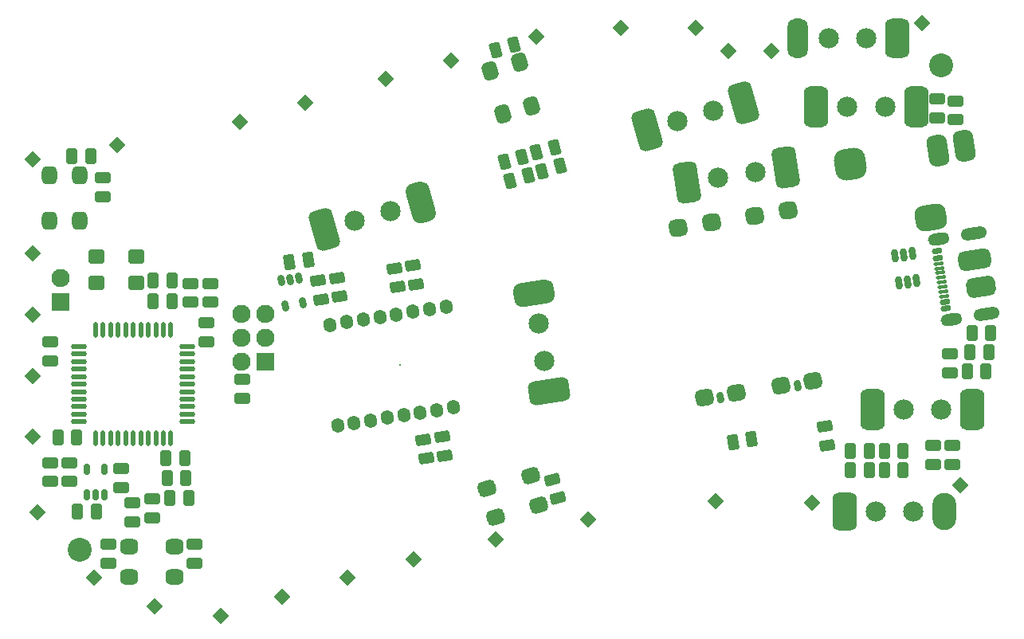
<source format=gbr>
%TF.GenerationSoftware,Altium Limited,Altium Designer,22.6.1 (34)*%
G04 Layer_Color=8388736*
%FSLAX45Y45*%
%MOMM*%
%TF.SameCoordinates,EFAF5BE3-474D-4A98-89D0-AE48FBC3E593*%
%TF.FilePolarity,Negative*%
%TF.FileFunction,Soldermask,Top*%
%TF.Part,Single*%
G01*
G75*
%TA.AperFunction,TestPad*%
G04:AMPARAMS|DCode=72|XSize=1.6524mm|YSize=1.1524mm|CornerRadius=0.2262mm|HoleSize=0mm|Usage=FLASHONLY|Rotation=270.000|XOffset=0mm|YOffset=0mm|HoleType=Round|Shape=RoundedRectangle|*
%AMROUNDEDRECTD72*
21,1,1.65240,0.70000,0,0,270.0*
21,1,1.20000,1.15240,0,0,270.0*
1,1,0.45240,-0.35000,-0.60000*
1,1,0.45240,-0.35000,0.60000*
1,1,0.45240,0.35000,0.60000*
1,1,0.45240,0.35000,-0.60000*
%
%ADD72ROUNDEDRECTD72*%
G04:AMPARAMS|DCode=74|XSize=1.6524mm|YSize=1.1524mm|CornerRadius=0.2262mm|HoleSize=0mm|Usage=FLASHONLY|Rotation=180.000|XOffset=0mm|YOffset=0mm|HoleType=Round|Shape=RoundedRectangle|*
%AMROUNDEDRECTD74*
21,1,1.65240,0.70000,0,0,180.0*
21,1,1.20000,1.15240,0,0,180.0*
1,1,0.45240,-0.60000,0.35000*
1,1,0.45240,0.60000,0.35000*
1,1,0.45240,0.60000,-0.35000*
1,1,0.45240,-0.60000,-0.35000*
%
%ADD74ROUNDEDRECTD74*%
%TA.AperFunction,SMDPad,CuDef*%
G04:AMPARAMS|DCode=75|XSize=1.92mm|YSize=1.62mm|CornerRadius=0.51mm|HoleSize=0mm|Usage=FLASHONLY|Rotation=90.000|XOffset=0mm|YOffset=0mm|HoleType=Round|Shape=RoundedRectangle|*
%AMROUNDEDRECTD75*
21,1,1.92000,0.60000,0,0,90.0*
21,1,0.90000,1.62000,0,0,90.0*
1,1,1.02000,0.30000,0.45000*
1,1,1.02000,0.30000,-0.45000*
1,1,1.02000,-0.30000,-0.45000*
1,1,1.02000,-0.30000,0.45000*
%
%ADD75ROUNDEDRECTD75*%
G04:AMPARAMS|DCode=76|XSize=1.92mm|YSize=1.62mm|CornerRadius=0.51mm|HoleSize=0mm|Usage=FLASHONLY|Rotation=180.000|XOffset=0mm|YOffset=0mm|HoleType=Round|Shape=RoundedRectangle|*
%AMROUNDEDRECTD76*
21,1,1.92000,0.60000,0,0,180.0*
21,1,0.90000,1.62000,0,0,180.0*
1,1,1.02000,-0.45000,0.30000*
1,1,1.02000,0.45000,0.30000*
1,1,1.02000,0.45000,-0.30000*
1,1,1.02000,-0.45000,-0.30000*
%
%ADD76ROUNDEDRECTD76*%
%ADD78P,1.72421X4X180.0*%
%TA.AperFunction,ComponentPad*%
%ADD79C,0.15240*%
%TA.AperFunction,TestPad*%
%ADD80R,1.93040X1.93040*%
%ADD81C,1.93040*%
%TA.AperFunction,ComponentPad*%
%ADD82C,2.15240*%
G04:AMPARAMS|DCode=83|XSize=1.3524mm|YSize=1.5524mm|CornerRadius=0mm|HoleSize=0mm|Usage=FLASHONLY|Rotation=8.887|XOffset=0mm|YOffset=0mm|HoleType=Round|Shape=Round|*
%AMOVALD83*
21,1,0.20000,1.35240,0.00000,0.00000,98.9*
1,1,1.35240,0.01545,-0.09880*
1,1,1.35240,-0.01545,0.09880*
%
%ADD83OVALD83*%

%ADD84P,0.21553X4X53.9*%
%TA.AperFunction,ViaPad*%
%ADD85C,0.15240*%
%TA.AperFunction,SMDPad,CuDef*%
G04:AMPARAMS|DCode=123|XSize=2.1524mm|YSize=3.3524mm|CornerRadius=0.7762mm|HoleSize=0mm|Usage=FLASHONLY|Rotation=188.887|XOffset=0mm|YOffset=0mm|HoleType=Round|Shape=RoundedRectangle|*
%AMROUNDEDRECTD123*
21,1,2.15240,1.80000,0,0,188.9*
21,1,0.60000,3.35240,0,0,188.9*
1,1,1.55240,-0.43543,0.84285*
1,1,1.55240,0.15736,0.93554*
1,1,1.55240,0.43543,-0.84285*
1,1,1.55240,-0.15736,-0.93554*
%
%ADD123ROUNDEDRECTD123*%
G04:AMPARAMS|DCode=124|XSize=3.3524mm|YSize=3.3524mm|CornerRadius=1.1962mm|HoleSize=0mm|Usage=FLASHONLY|Rotation=188.887|XOffset=0mm|YOffset=0mm|HoleType=Round|Shape=RoundedRectangle|*
%AMROUNDEDRECTD124*
21,1,3.35240,0.96000,0,0,188.9*
21,1,0.96000,3.35240,0,0,188.9*
1,1,2.39240,-0.54839,0.40009*
1,1,2.39240,0.40009,0.54839*
1,1,2.39240,0.54839,-0.40009*
1,1,2.39240,-0.40009,-0.54839*
%
%ADD124ROUNDEDRECTD124*%
G04:AMPARAMS|DCode=125|XSize=3.3524mm|YSize=2.7524mm|CornerRadius=0.9862mm|HoleSize=0mm|Usage=FLASHONLY|Rotation=188.887|XOffset=0mm|YOffset=0mm|HoleType=Round|Shape=RoundedRectangle|*
%AMROUNDEDRECTD125*
21,1,3.35240,0.78000,0,0,188.9*
21,1,1.38000,2.75240,0,0,188.9*
1,1,1.97240,-0.74197,0.27872*
1,1,1.97240,0.62147,0.49191*
1,1,1.97240,0.74197,-0.27872*
1,1,1.97240,-0.62147,-0.49191*
%
%ADD125ROUNDEDRECTD125*%
%TA.AperFunction,TestPad*%
G04:AMPARAMS|DCode=126|XSize=1.6524mm|YSize=1.1524mm|CornerRadius=0.2262mm|HoleSize=0mm|Usage=FLASHONLY|Rotation=285.887|XOffset=0mm|YOffset=0mm|HoleType=Round|Shape=RoundedRectangle|*
%AMROUNDEDRECTD126*
21,1,1.65240,0.70000,0,0,285.9*
21,1,1.20000,1.15240,0,0,285.9*
1,1,0.45240,-0.17239,-0.67289*
1,1,0.45240,-0.50088,0.48127*
1,1,0.45240,0.17239,0.67289*
1,1,0.45240,0.50088,-0.48127*
%
%ADD126ROUNDEDRECTD126*%
G04:AMPARAMS|DCode=127|XSize=2.1mm|YSize=3.5mm|CornerRadius=0.65mm|HoleSize=0mm|Usage=FLASHONLY|Rotation=98.887|XOffset=0mm|YOffset=0mm|HoleType=Round|Shape=RoundedRectangle|*
%AMROUNDEDRECTD127*
21,1,2.10000,2.20000,0,0,98.9*
21,1,0.80000,3.50000,0,0,98.9*
1,1,1.30000,1.02500,0.56513*
1,1,1.30000,1.14859,-0.22526*
1,1,1.30000,-1.02500,-0.56513*
1,1,1.30000,-1.14859,0.22526*
%
%ADD127ROUNDEDRECTD127*%
G04:AMPARAMS|DCode=128|XSize=0.6mm|YSize=1.1mm|CornerRadius=0.225mm|HoleSize=0mm|Usage=FLASHONLY|Rotation=278.887|XOffset=0mm|YOffset=0mm|HoleType=Round|Shape=RoundedRectangle|*
%AMROUNDEDRECTD128*
21,1,0.60000,0.65000,0,0,278.9*
21,1,0.15000,1.10000,0,0,278.9*
1,1,0.45000,-0.30951,-0.12431*
1,1,0.45000,-0.33268,0.02389*
1,1,0.45000,0.30951,0.12431*
1,1,0.45000,0.33268,-0.02389*
%
%ADD128ROUNDEDRECTD128*%
G04:AMPARAMS|DCode=129|XSize=0.37mm|YSize=1.1mm|CornerRadius=0.1445mm|HoleSize=0mm|Usage=FLASHONLY|Rotation=278.887|XOffset=0mm|YOffset=0mm|HoleType=Round|Shape=RoundedRectangle|*
%AMROUNDEDRECTD129*
21,1,0.37000,0.81100,0,0,278.9*
21,1,0.08100,1.10000,0,0,278.9*
1,1,0.28900,-0.39438,-0.10266*
1,1,0.28900,-0.40689,-0.02263*
1,1,0.28900,0.39438,0.10266*
1,1,0.28900,0.40689,0.02263*
%
%ADD129ROUNDEDRECTD129*%
G04:AMPARAMS|DCode=130|XSize=2.1mm|YSize=3.1mm|CornerRadius=0.65mm|HoleSize=0mm|Usage=FLASHONLY|Rotation=278.887|XOffset=0mm|YOffset=0mm|HoleType=Round|Shape=RoundedRectangle|*
%AMROUNDEDRECTD130*
21,1,2.10000,1.80000,0,0,278.9*
21,1,0.80000,3.10000,0,0,278.9*
1,1,1.30000,-0.82740,-0.53423*
1,1,1.30000,-0.95099,0.25616*
1,1,1.30000,0.82740,0.53423*
1,1,1.30000,0.95099,-0.25616*
%
%ADD130ROUNDEDRECTD130*%
G04:AMPARAMS|DCode=131|XSize=1.6524mm|YSize=1.1524mm|CornerRadius=0.2262mm|HoleSize=0mm|Usage=FLASHONLY|Rotation=8.887|XOffset=0mm|YOffset=0mm|HoleType=Round|Shape=RoundedRectangle|*
%AMROUNDEDRECTD131*
21,1,1.65240,0.70000,0,0,8.9*
21,1,1.20000,1.15240,0,0,8.9*
1,1,0.45240,0.64687,-0.25311*
1,1,0.45240,-0.53873,-0.43849*
1,1,0.45240,-0.64687,0.25311*
1,1,0.45240,0.53873,0.43849*
%
%ADD131ROUNDEDRECTD131*%
G04:AMPARAMS|DCode=132|XSize=1.6524mm|YSize=1.1524mm|CornerRadius=0.2262mm|HoleSize=0mm|Usage=FLASHONLY|Rotation=278.887|XOffset=0mm|YOffset=0mm|HoleType=Round|Shape=RoundedRectangle|*
%AMROUNDEDRECTD132*
21,1,1.65240,0.70000,0,0,278.9*
21,1,1.20000,1.15240,0,0,278.9*
1,1,0.45240,-0.25311,-0.64687*
1,1,0.45240,-0.43849,0.53873*
1,1,0.45240,0.25311,0.64687*
1,1,0.45240,0.43849,-0.53873*
%
%ADD132ROUNDEDRECTD132*%
G04:AMPARAMS|DCode=133|XSize=1.6524mm|YSize=1.1524mm|CornerRadius=0.2262mm|HoleSize=0mm|Usage=FLASHONLY|Rotation=15.887|XOffset=0mm|YOffset=0mm|HoleType=Round|Shape=RoundedRectangle|*
%AMROUNDEDRECTD133*
21,1,1.65240,0.70000,0,0,15.9*
21,1,1.20000,1.15240,0,0,15.9*
1,1,0.45240,0.67289,-0.17239*
1,1,0.45240,-0.48127,-0.50088*
1,1,0.45240,-0.67289,0.17239*
1,1,0.45240,0.48127,0.50088*
%
%ADD133ROUNDEDRECTD133*%
%TA.AperFunction,SMDPad,CuDef*%
G04:AMPARAMS|DCode=134|XSize=1.7524mm|YSize=1.9524mm|CornerRadius=0.5562mm|HoleSize=0mm|Usage=FLASHONLY|Rotation=278.887|XOffset=0mm|YOffset=0mm|HoleType=Round|Shape=RoundedRectangle|*
%AMROUNDEDRECTD134*
21,1,1.75240,0.84000,0,0,278.9*
21,1,0.64000,1.95240,0,0,278.9*
1,1,1.11240,-0.36552,-0.38104*
1,1,1.11240,-0.46440,0.25128*
1,1,1.11240,0.36552,0.38104*
1,1,1.11240,0.46440,-0.25128*
%
%ADD134ROUNDEDRECTD134*%
%TA.AperFunction,TestPad*%
G04:AMPARAMS|DCode=135|XSize=1.1524mm|YSize=0.7524mm|CornerRadius=0.2862mm|HoleSize=0mm|Usage=FLASHONLY|Rotation=278.887|XOffset=0mm|YOffset=0mm|HoleType=Round|Shape=RoundedRectangle|*
%AMROUNDEDRECTD135*
21,1,1.15240,0.18000,0,0,278.9*
21,1,0.58000,0.75240,0,0,278.9*
1,1,0.57240,-0.04412,-0.30042*
1,1,0.57240,-0.13372,0.27262*
1,1,0.57240,0.04412,0.30042*
1,1,0.57240,0.13372,-0.27262*
%
%ADD135ROUNDEDRECTD135*%
G04:AMPARAMS|DCode=136|XSize=1.8524mm|YSize=1.9524mm|CornerRadius=0.5862mm|HoleSize=0mm|Usage=FLASHONLY|Rotation=98.887|XOffset=0mm|YOffset=0mm|HoleType=Round|Shape=RoundedRectangle|*
%AMROUNDEDRECTD136*
21,1,1.85240,0.78000,0,0,98.9*
21,1,0.68000,1.95240,0,0,98.9*
1,1,1.17240,0.33280,0.39617*
1,1,1.17240,0.43785,-0.27567*
1,1,1.17240,-0.33280,-0.39617*
1,1,1.17240,-0.43785,0.27567*
%
%ADD136ROUNDEDRECTD136*%
%TA.AperFunction,SMDPad,CuDef*%
G04:AMPARAMS|DCode=137|XSize=1.92mm|YSize=1.62mm|CornerRadius=0.51mm|HoleSize=0mm|Usage=FLASHONLY|Rotation=105.887|XOffset=0mm|YOffset=0mm|HoleType=Round|Shape=RoundedRectangle|*
%AMROUNDEDRECTD137*
21,1,1.92000,0.60000,0,0,105.9*
21,1,0.90000,1.62000,0,0,105.9*
1,1,1.02000,0.16536,0.51494*
1,1,1.02000,0.41173,-0.35069*
1,1,1.02000,-0.16536,-0.51494*
1,1,1.02000,-0.41173,0.35069*
%
%ADD137ROUNDEDRECTD137*%
G04:AMPARAMS|DCode=138|XSize=1.92mm|YSize=1.62mm|CornerRadius=0.51mm|HoleSize=0mm|Usage=FLASHONLY|Rotation=15.887|XOffset=0mm|YOffset=0mm|HoleType=Round|Shape=RoundedRectangle|*
%AMROUNDEDRECTD138*
21,1,1.92000,0.60000,0,0,15.9*
21,1,0.90000,1.62000,0,0,15.9*
1,1,1.02000,0.51494,-0.16536*
1,1,1.02000,-0.35069,-0.41173*
1,1,1.02000,-0.51494,0.16536*
1,1,1.02000,0.35069,0.41173*
%
%ADD138ROUNDEDRECTD138*%
%TA.AperFunction,TestPad*%
G04:AMPARAMS|DCode=139|XSize=0.72mm|YSize=1.37mm|CornerRadius=0.305mm|HoleSize=0mm|Usage=FLASHONLY|Rotation=188.887|XOffset=0mm|YOffset=0mm|HoleType=Round|Shape=RoundedRectangle|*
%AMROUNDEDRECTD139*
21,1,0.72000,0.76000,0,0,188.9*
21,1,0.11000,1.37000,0,0,188.9*
1,1,0.61000,-0.11305,0.36694*
1,1,0.61000,-0.00436,0.38394*
1,1,0.61000,0.11305,-0.36694*
1,1,0.61000,0.00436,-0.38394*
%
%ADD139ROUNDEDRECTD139*%
%TA.AperFunction,SMDPad,CuDef*%
G04:AMPARAMS|DCode=140|XSize=0.7524mm|YSize=1.1524mm|CornerRadius=0.3162mm|HoleSize=0mm|Usage=FLASHONLY|Rotation=8.887|XOffset=0mm|YOffset=0mm|HoleType=Round|Shape=RoundedRectangle|*
%AMROUNDEDRECTD140*
21,1,0.75240,0.52000,0,0,8.9*
21,1,0.12000,1.15240,0,0,8.9*
1,1,0.63240,0.09945,-0.24761*
1,1,0.63240,-0.01911,-0.26615*
1,1,0.63240,-0.09945,0.24761*
1,1,0.63240,0.01911,0.26615*
%
%ADD140ROUNDEDRECTD140*%
G04:AMPARAMS|DCode=141|XSize=0.7524mm|YSize=1.1524mm|CornerRadius=0.3162mm|HoleSize=0mm|Usage=FLASHONLY|Rotation=180.000|XOffset=0mm|YOffset=0mm|HoleType=Round|Shape=RoundedRectangle|*
%AMROUNDEDRECTD141*
21,1,0.75240,0.52000,0,0,180.0*
21,1,0.12000,1.15240,0,0,180.0*
1,1,0.63240,-0.06000,0.26000*
1,1,0.63240,0.06000,0.26000*
1,1,0.63240,0.06000,-0.26000*
1,1,0.63240,-0.06000,-0.26000*
%
%ADD141ROUNDEDRECTD141*%
G04:AMPARAMS|DCode=142|XSize=0.5524mm|YSize=1.6524mm|CornerRadius=0.2762mm|HoleSize=0mm|Usage=FLASHONLY|Rotation=180.000|XOffset=0mm|YOffset=0mm|HoleType=Round|Shape=RoundedRectangle|*
%AMROUNDEDRECTD142*
21,1,0.55240,1.10000,0,0,180.0*
21,1,0.00000,1.65240,0,0,180.0*
1,1,0.55240,0.00000,0.55000*
1,1,0.55240,0.00000,0.55000*
1,1,0.55240,0.00000,-0.55000*
1,1,0.55240,0.00000,-0.55000*
%
%ADD142ROUNDEDRECTD142*%
G04:AMPARAMS|DCode=143|XSize=0.5524mm|YSize=1.6524mm|CornerRadius=0.2762mm|HoleSize=0mm|Usage=FLASHONLY|Rotation=270.000|XOffset=0mm|YOffset=0mm|HoleType=Round|Shape=RoundedRectangle|*
%AMROUNDEDRECTD143*
21,1,0.55240,1.10000,0,0,270.0*
21,1,0.00000,1.65240,0,0,270.0*
1,1,0.55240,-0.55000,0.00000*
1,1,0.55240,-0.55000,0.00000*
1,1,0.55240,0.55000,0.00000*
1,1,0.55240,0.55000,0.00000*
%
%ADD143ROUNDEDRECTD143*%
G04:AMPARAMS|DCode=144|XSize=2.5524mm|YSize=4.0524mm|CornerRadius=0.6762mm|HoleSize=0mm|Usage=FLASHONLY|Rotation=0.000|XOffset=0mm|YOffset=0mm|HoleType=Round|Shape=RoundedRectangle|*
%AMROUNDEDRECTD144*
21,1,2.55240,2.70000,0,0,0.0*
21,1,1.20000,4.05240,0,0,0.0*
1,1,1.35240,0.60000,-1.35000*
1,1,1.35240,-0.60000,-1.35000*
1,1,1.35240,-0.60000,1.35000*
1,1,1.35240,0.60000,1.35000*
%
%ADD144ROUNDEDRECTD144*%
G04:AMPARAMS|DCode=145|XSize=2.5524mm|YSize=3.9524mm|CornerRadius=1.2762mm|HoleSize=0mm|Usage=FLASHONLY|Rotation=0.000|XOffset=0mm|YOffset=0mm|HoleType=Round|Shape=RoundedRectangle|*
%AMROUNDEDRECTD145*
21,1,2.55240,1.40000,0,0,0.0*
21,1,0.00000,3.95240,0,0,0.0*
1,1,2.55240,0.00000,-0.70000*
1,1,2.55240,0.00000,-0.70000*
1,1,2.55240,0.00000,0.70000*
1,1,2.55240,0.00000,0.70000*
%
%ADD145ROUNDEDRECTD145*%
%TA.AperFunction,ConnectorPad*%
G04:AMPARAMS|DCode=146|XSize=2.5524mm|YSize=4.1524mm|CornerRadius=0.6762mm|HoleSize=0mm|Usage=FLASHONLY|Rotation=0.000|XOffset=0mm|YOffset=0mm|HoleType=Round|Shape=RoundedRectangle|*
%AMROUNDEDRECTD146*
21,1,2.55240,2.80000,0,0,0.0*
21,1,1.20000,4.15240,0,0,0.0*
1,1,1.35240,0.60000,-1.40000*
1,1,1.35240,-0.60000,-1.40000*
1,1,1.35240,-0.60000,1.40000*
1,1,1.35240,0.60000,1.40000*
%
%ADD146ROUNDEDRECTD146*%
G04:AMPARAMS|DCode=147|XSize=2.1524mm|YSize=4.1524mm|CornerRadius=0.7762mm|HoleSize=0mm|Usage=FLASHONLY|Rotation=0.000|XOffset=0mm|YOffset=0mm|HoleType=Round|Shape=RoundedRectangle|*
%AMROUNDEDRECTD147*
21,1,2.15240,2.60000,0,0,0.0*
21,1,0.60000,4.15240,0,0,0.0*
1,1,1.55240,0.30000,-1.30000*
1,1,1.55240,-0.30000,-1.30000*
1,1,1.55240,-0.30000,1.30000*
1,1,1.55240,0.30000,1.30000*
%
%ADD147ROUNDEDRECTD147*%
%TA.AperFunction,SMDPad,CuDef*%
G04:AMPARAMS|DCode=148|XSize=2.5524mm|YSize=4.3524mm|CornerRadius=0.6762mm|HoleSize=0mm|Usage=FLASHONLY|Rotation=195.887|XOffset=0mm|YOffset=0mm|HoleType=Round|Shape=RoundedRectangle|*
%AMROUNDEDRECTD148*
21,1,2.55240,3.00000,0,0,195.9*
21,1,1.20000,4.35240,0,0,195.9*
1,1,1.35240,-0.98769,1.27846*
1,1,1.35240,0.16647,1.60695*
1,1,1.35240,0.98769,-1.27846*
1,1,1.35240,-0.16647,-1.60695*
%
%ADD148ROUNDEDRECTD148*%
G04:AMPARAMS|DCode=149|XSize=2.5524mm|YSize=4.3524mm|CornerRadius=0.9162mm|HoleSize=0mm|Usage=FLASHONLY|Rotation=98.887|XOffset=0mm|YOffset=0mm|HoleType=Round|Shape=RoundedRectangle|*
%AMROUNDEDRECTD149*
21,1,2.55240,2.52000,0,0,98.9*
21,1,0.72000,4.35240,0,0,98.9*
1,1,1.83240,1.18926,0.55033*
1,1,1.83240,1.30049,-0.16103*
1,1,1.83240,-1.18926,-0.55033*
1,1,1.83240,-1.30049,0.16103*
%
%ADD149ROUNDEDRECTD149*%
G04:AMPARAMS|DCode=150|XSize=2.5524mm|YSize=4.3524mm|CornerRadius=0.6762mm|HoleSize=0mm|Usage=FLASHONLY|Rotation=98.887|XOffset=0mm|YOffset=0mm|HoleType=Round|Shape=RoundedRectangle|*
%AMROUNDEDRECTD150*
21,1,2.55240,3.00000,0,0,98.9*
21,1,1.20000,4.35240,0,0,98.9*
1,1,1.35240,1.38930,0.82453*
1,1,1.35240,1.57469,-0.36107*
1,1,1.35240,-1.38930,-0.82453*
1,1,1.35240,-1.57469,0.36107*
%
%ADD150ROUNDEDRECTD150*%
G04:AMPARAMS|DCode=151|XSize=2.5524mm|YSize=4.3524mm|CornerRadius=0.9162mm|HoleSize=0mm|Usage=FLASHONLY|Rotation=15.887|XOffset=0mm|YOffset=0mm|HoleType=Round|Shape=RoundedRectangle|*
%AMROUNDEDRECTD151*
21,1,2.55240,2.52000,0,0,15.9*
21,1,0.72000,4.35240,0,0,15.9*
1,1,1.83240,0.69116,-1.11333*
1,1,1.83240,-0.00134,-1.31042*
1,1,1.83240,-0.69116,1.11333*
1,1,1.83240,0.00134,1.31042*
%
%ADD151ROUNDEDRECTD151*%
G04:AMPARAMS|DCode=152|XSize=2.5524mm|YSize=4.3524mm|CornerRadius=0.6762mm|HoleSize=0mm|Usage=FLASHONLY|Rotation=188.887|XOffset=0mm|YOffset=0mm|HoleType=Round|Shape=RoundedRectangle|*
%AMROUNDEDRECTD152*
21,1,2.55240,3.00000,0,0,188.9*
21,1,1.20000,4.35240,0,0,188.9*
1,1,1.35240,-0.82453,1.38930*
1,1,1.35240,0.36107,1.57469*
1,1,1.35240,0.82453,-1.38930*
1,1,1.35240,-0.36107,-1.57469*
%
%ADD152ROUNDEDRECTD152*%
G04:AMPARAMS|DCode=153|XSize=2.5524mm|YSize=4.3524mm|CornerRadius=0.6762mm|HoleSize=0mm|Usage=FLASHONLY|Rotation=0.000|XOffset=0mm|YOffset=0mm|HoleType=Round|Shape=RoundedRectangle|*
%AMROUNDEDRECTD153*
21,1,2.55240,3.00000,0,0,0.0*
21,1,1.20000,4.35240,0,0,0.0*
1,1,1.35240,0.60000,-1.50000*
1,1,1.35240,-0.60000,-1.50000*
1,1,1.35240,-0.60000,1.50000*
1,1,1.35240,0.60000,1.50000*
%
%ADD153ROUNDEDRECTD153*%
G04:AMPARAMS|DCode=154|XSize=1.7524mm|YSize=1.5524mm|CornerRadius=0.3562mm|HoleSize=0mm|Usage=FLASHONLY|Rotation=0.000|XOffset=0mm|YOffset=0mm|HoleType=Round|Shape=RoundedRectangle|*
%AMROUNDEDRECTD154*
21,1,1.75240,0.84000,0,0,0.0*
21,1,1.04000,1.55240,0,0,0.0*
1,1,0.71240,0.52000,-0.42000*
1,1,0.71240,-0.52000,-0.42000*
1,1,0.71240,-0.52000,0.42000*
1,1,0.71240,0.52000,0.42000*
%
%ADD154ROUNDEDRECTD154*%
%TA.AperFunction,FiducialPad,Global*%
%ADD155C,2.54000*%
%TA.AperFunction,ComponentPad*%
G04:AMPARAMS|DCode=156|XSize=1.3mm|YSize=2.3mm|CornerRadius=0.65mm|HoleSize=0mm|Usage=FLASHONLY|Rotation=278.887|XOffset=0mm|YOffset=0mm|HoleType=Round|Shape=RoundedRectangle|*
%AMROUNDEDRECTD156*
21,1,1.30000,1.00000,0,0,278.9*
21,1,0.00000,2.30000,0,0,278.9*
1,1,1.30000,-0.49400,-0.07724*
1,1,1.30000,-0.49400,-0.07724*
1,1,1.30000,0.49400,0.07724*
1,1,1.30000,0.49400,0.07724*
%
%ADD156ROUNDEDRECTD156*%
%TA.AperFunction,TestPad*%
G04:AMPARAMS|DCode=157|XSize=1.3mm|YSize=2.3mm|CornerRadius=0.65mm|HoleSize=0mm|Usage=FLASHONLY|Rotation=278.887|XOffset=0mm|YOffset=0mm|HoleType=Round|Shape=RoundedRectangle|*
%AMROUNDEDRECTD157*
21,1,1.30000,1.00000,0,0,278.9*
21,1,0.00000,2.30000,0,0,278.9*
1,1,1.30000,-0.49400,-0.07724*
1,1,1.30000,-0.49400,-0.07724*
1,1,1.30000,0.49400,0.07724*
1,1,1.30000,0.49400,0.07724*
%
%ADD157ROUNDEDRECTD157*%
G04:AMPARAMS|DCode=158|XSize=1.3mm|YSize=2.8mm|CornerRadius=0.65mm|HoleSize=0mm|Usage=FLASHONLY|Rotation=278.887|XOffset=0mm|YOffset=0mm|HoleType=Round|Shape=RoundedRectangle|*
%AMROUNDEDRECTD158*
21,1,1.30000,1.50000,0,0,278.9*
21,1,0.00000,2.80000,0,0,278.9*
1,1,1.30000,-0.74100,-0.11587*
1,1,1.30000,-0.74100,-0.11586*
1,1,1.30000,0.74100,0.11587*
1,1,1.30000,0.74100,0.11586*
%
%ADD158ROUNDEDRECTD158*%
D72*
X10280240Y2750000D02*
D03*
X10079760D02*
D03*
X10310240Y2950000D02*
D03*
X10109760D02*
D03*
X10330240Y3150000D02*
D03*
X10129760D02*
D03*
X9040240Y1900000D02*
D03*
X8839760D02*
D03*
X9040240Y1700000D02*
D03*
X8839760D02*
D03*
X9400240Y1900000D02*
D03*
X9199760D02*
D03*
X9400240Y1700000D02*
D03*
X9199760D02*
D03*
X825253Y1254982D02*
D03*
X624773D02*
D03*
X419760Y2040000D02*
D03*
X620240D02*
D03*
X1579759Y1609999D02*
D03*
X1780239D02*
D03*
X1429759Y3709999D02*
D03*
X1630239D02*
D03*
X1429759Y3489999D02*
D03*
X1630239D02*
D03*
X1569759Y1819999D02*
D03*
X1770239D02*
D03*
X1810239Y1399999D02*
D03*
X1609759D02*
D03*
X770240Y5032500D02*
D03*
X569760D02*
D03*
D74*
X9900000Y2729760D02*
D03*
Y2930240D02*
D03*
X9960000Y5419760D02*
D03*
Y5620240D02*
D03*
X9760000Y5439760D02*
D03*
Y5640240D02*
D03*
X9920000Y1960240D02*
D03*
Y1759760D02*
D03*
X9720000Y1960240D02*
D03*
Y1759760D02*
D03*
X1210000Y1149759D02*
D03*
Y1350239D02*
D03*
X1419999Y1189759D02*
D03*
Y1390239D02*
D03*
X1095013Y1514742D02*
D03*
Y1715222D02*
D03*
X545013Y1574742D02*
D03*
Y1775222D02*
D03*
X335013Y1574742D02*
D03*
Y1775222D02*
D03*
X2000000Y3059759D02*
D03*
Y3260239D02*
D03*
X1829999Y3479759D02*
D03*
Y3680239D02*
D03*
X2039999Y3680240D02*
D03*
Y3479760D02*
D03*
X2380000Y2459760D02*
D03*
Y2660240D02*
D03*
X1870000Y910240D02*
D03*
Y709761D02*
D03*
X900000Y4599760D02*
D03*
Y4800240D02*
D03*
X960000Y709761D02*
D03*
Y910240D02*
D03*
X340000Y2859760D02*
D03*
Y3060240D02*
D03*
D75*
X650000Y4830000D02*
D03*
X330000D02*
D03*
Y4350000D02*
D03*
X650000D02*
D03*
D76*
X1175023Y885010D02*
D03*
Y565010D02*
D03*
X1655023D02*
D03*
Y885010D02*
D03*
D78*
X3900000Y5850000D02*
D03*
X150000Y5000000D02*
D03*
X1050000Y5150000D02*
D03*
X2350000Y5400000D02*
D03*
X7540000Y6150000D02*
D03*
X3500000Y550000D02*
D03*
X150000Y2050000D02*
D03*
X4200000Y750000D02*
D03*
X6050000Y1170000D02*
D03*
X5070000Y960000D02*
D03*
X6400000Y6400000D02*
D03*
X7200000D02*
D03*
X150000Y3350000D02*
D03*
X1450000Y250000D02*
D03*
X800000Y550000D02*
D03*
X2800000Y350000D02*
D03*
X7410000Y1370000D02*
D03*
X8430000Y1350000D02*
D03*
X3050000Y5600000D02*
D03*
X4600000Y6050000D02*
D03*
X10010000Y1540000D02*
D03*
X5500000Y6300000D02*
D03*
X150000Y2700000D02*
D03*
Y4000000D02*
D03*
X200000Y1250000D02*
D03*
X2150000Y150000D02*
D03*
X8000000Y6150000D02*
D03*
X9600000Y6450000D02*
D03*
D79*
X9719096Y4713139D02*
D03*
X9027500Y4604999D02*
D03*
X9869145Y4032394D02*
D03*
X9961836Y3439597D02*
D03*
D80*
X450000Y3480000D02*
D03*
X2620000Y2849999D02*
D03*
D81*
X450000Y3734000D02*
D03*
X2366000Y2849999D02*
D03*
X2620000Y3103999D02*
D03*
X2366000D02*
D03*
X2620000Y3357999D02*
D03*
X2366000D02*
D03*
D82*
X9108893Y1259701D02*
D03*
X9508894D02*
D03*
X9007500Y6285000D02*
D03*
X8607500D02*
D03*
X7384861Y5512248D02*
D03*
X7000139Y5402752D02*
D03*
X5524103Y3252599D02*
D03*
X5585897Y2857401D02*
D03*
X3570139Y4342752D02*
D03*
X3954861Y4452248D02*
D03*
X7432400Y4804103D02*
D03*
X7827598Y4865898D02*
D03*
X8807500Y5555000D02*
D03*
X9207500D02*
D03*
X9807500Y2340000D02*
D03*
X9407500D02*
D03*
D83*
X4366869Y3405921D02*
D03*
X3312876Y3241117D02*
D03*
X3488541Y3268584D02*
D03*
X3664207Y3296051D02*
D03*
X3839873Y3323519D02*
D03*
X4015538Y3350986D02*
D03*
X4191203Y3378453D02*
D03*
X4542534Y3433388D02*
D03*
X3390342Y2170228D02*
D03*
X3566007Y2197696D02*
D03*
X3741673Y2225163D02*
D03*
X3917338Y2252630D02*
D03*
X4093004Y2280098D02*
D03*
X4268669Y2307565D02*
D03*
X4444335Y2335033D02*
D03*
X4620000Y2362500D02*
D03*
D84*
X4052146Y2815210D02*
D03*
D85*
X6700388Y1694156D02*
D03*
X2613200Y4856200D02*
D03*
D123*
X10047254Y5138946D02*
D03*
X9770616Y5095690D02*
D03*
D124*
X8841901Y4950474D02*
D03*
D125*
X9690000Y4380000D02*
D03*
D126*
X5354135Y5028041D02*
D03*
X5161313Y4973161D02*
D03*
X5414135Y4828041D02*
D03*
X5221313Y4773161D02*
D03*
X5694375Y5128041D02*
D03*
X5501553Y5073161D02*
D03*
X5754136Y4928040D02*
D03*
X5561313Y4873161D02*
D03*
X5073589Y6162560D02*
D03*
X5266411Y6217440D02*
D03*
D127*
X10160000Y3930000D02*
D03*
D128*
X9758920Y4025280D02*
D03*
X9770507Y3951181D02*
D03*
X9843115Y3486823D02*
D03*
X9854701Y3412723D02*
D03*
D129*
X9779776Y3891901D02*
D03*
X9787500Y3842501D02*
D03*
X9795224Y3793101D02*
D03*
X9802949Y3743701D02*
D03*
X9810673Y3694302D02*
D03*
X9818397Y3644901D02*
D03*
X9826121Y3595502D02*
D03*
X9833845Y3546103D02*
D03*
D130*
X10230000Y3640000D02*
D03*
D131*
X8564514Y2159037D02*
D03*
X8595486Y1960964D02*
D03*
X3184514Y3709037D02*
D03*
X3215486Y3510964D02*
D03*
X3384514Y3739037D02*
D03*
X3415486Y3540964D02*
D03*
X4502238Y2049637D02*
D03*
X4533209Y1851564D02*
D03*
X4333210Y1821564D02*
D03*
X4302239Y2019637D02*
D03*
X4194514Y3869037D02*
D03*
X4225486Y3670964D02*
D03*
X3994514Y3839037D02*
D03*
X4025485Y3640964D02*
D03*
D132*
X7789037Y2025486D02*
D03*
X7590964Y1994514D02*
D03*
X2880963Y3904515D02*
D03*
X3079036Y3935486D02*
D03*
D133*
X5672560Y1596411D02*
D03*
X5727440Y1403589D02*
D03*
D134*
X7625696Y2516301D02*
D03*
X7289303Y2463702D02*
D03*
X8104304Y2591201D02*
D03*
X8440696Y2643800D02*
D03*
D135*
X7460826Y2470279D02*
D03*
X8275827Y2597777D02*
D03*
D136*
X7363075Y4327843D02*
D03*
X7006924Y4272154D02*
D03*
X7821923Y4399659D02*
D03*
X8178075Y4455348D02*
D03*
D137*
X5323181Y6029652D02*
D03*
X5015404Y5942055D02*
D03*
X5146800Y5480388D02*
D03*
X5454576Y5567985D02*
D03*
D138*
X5529610Y1326799D02*
D03*
X5442013Y1634576D02*
D03*
X4980347Y1503181D02*
D03*
X5067944Y1195404D02*
D03*
D139*
X9312281Y3970648D02*
D03*
X9406141Y3985324D02*
D03*
X9500000Y4000000D02*
D03*
X9544801Y3713482D02*
D03*
X9450941Y3698806D02*
D03*
X9357082Y3684130D02*
D03*
D140*
X3024715Y3471297D02*
D03*
X2836996Y3441945D02*
D03*
X2795285Y3708704D02*
D03*
X2889145Y3723379D02*
D03*
X2983004Y3738056D02*
D03*
D141*
X725000Y1435000D02*
D03*
X820000D02*
D03*
X914999D02*
D03*
Y1705000D02*
D03*
X725000D02*
D03*
D142*
X1620000Y2034999D02*
D03*
X1540000D02*
D03*
X1460000D02*
D03*
X1380000D02*
D03*
X1300000D02*
D03*
X1220000D02*
D03*
X1140000D02*
D03*
X1060000D02*
D03*
X980000D02*
D03*
X900000D02*
D03*
X820000D02*
D03*
Y3184999D02*
D03*
X900000D02*
D03*
X980000D02*
D03*
X1060000D02*
D03*
X1140000D02*
D03*
X1220000D02*
D03*
X1300000D02*
D03*
X1380000D02*
D03*
X1460000D02*
D03*
X1540000D02*
D03*
X1620000D02*
D03*
D143*
X645000Y2209999D02*
D03*
Y2289999D02*
D03*
Y2370000D02*
D03*
Y2449999D02*
D03*
Y2530000D02*
D03*
Y2610000D02*
D03*
Y2689999D02*
D03*
Y2770000D02*
D03*
Y2849999D02*
D03*
Y2929999D02*
D03*
Y3010000D02*
D03*
X1795000D02*
D03*
Y2929999D02*
D03*
Y2849999D02*
D03*
Y2770000D02*
D03*
Y2689999D02*
D03*
Y2610000D02*
D03*
Y2530000D02*
D03*
Y2449999D02*
D03*
Y2370000D02*
D03*
Y2289999D02*
D03*
Y2209999D02*
D03*
D144*
X8778894Y1259701D02*
D03*
D145*
X9838893D02*
D03*
D146*
X9337499Y6285000D02*
D03*
D147*
X8277500D02*
D03*
D148*
X7702256Y5602583D02*
D03*
X6682745Y5312418D02*
D03*
X3252744Y4252417D02*
D03*
D149*
X5473124Y3578637D02*
D03*
D150*
X5636877Y2531363D02*
D03*
D151*
X4272255Y4542582D02*
D03*
D152*
X7106362Y4753124D02*
D03*
X8153636Y4916878D02*
D03*
D153*
X8477500Y5555000D02*
D03*
X9537499D02*
D03*
X10137499Y2340000D02*
D03*
X9077500D02*
D03*
D154*
X1250000Y3690000D02*
D03*
X829999D02*
D03*
Y3970000D02*
D03*
X1250000D02*
D03*
D155*
X9800000Y6000000D02*
D03*
X650000Y850000D02*
D03*
D156*
X9910598Y3297981D02*
D03*
D157*
X9777123Y4151609D02*
D03*
D158*
X10288506Y3357072D02*
D03*
X10155031Y4210699D02*
D03*
%TF.MD5,9a83e9d28d118806709aa68e2f2e4076*%
M02*

</source>
